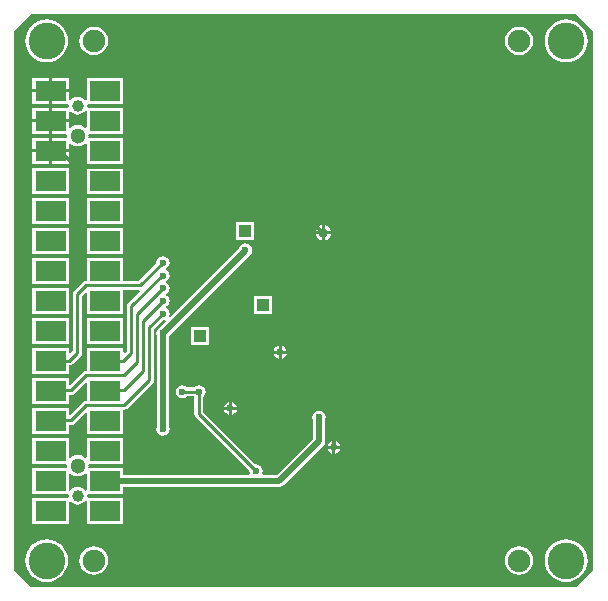
<source format=gbl>
G04*
G04 #@! TF.GenerationSoftware,Altium Limited,Altium Designer,19.1.9 (167)*
G04*
G04 Layer_Physical_Order=2*
G04 Layer_Color=16711680*
%FSLAX44Y44*%
%MOMM*%
G71*
G01*
G75*
%ADD10C,0.2540*%
%ADD22R,2.6000X1.7000*%
%ADD51C,0.5080*%
%ADD52C,1.0000*%
%ADD53C,1.3000*%
%ADD54R,1.0000X1.0000*%
%ADD55C,1.8999*%
%ADD56C,3.1001*%
%ADD57C,0.7000*%
%ADD58C,0.8000*%
%ADD59C,0.6000*%
G36*
X493955Y474641D02*
X493955Y18119D01*
X479721Y3885D01*
X18119D01*
X3885Y18119D01*
X3885Y474641D01*
X18119Y488875D01*
X479721D01*
X493955Y474641D01*
D02*
G37*
%LPC*%
G36*
X431009Y478132D02*
X427866Y477719D01*
X424938Y476505D01*
X422422Y474576D01*
X420493Y472061D01*
X419280Y469132D01*
X418866Y465989D01*
X419280Y462846D01*
X420493Y459917D01*
X422422Y457402D01*
X424938Y455472D01*
X427866Y454259D01*
X431009Y453845D01*
X434152Y454259D01*
X437081Y455472D01*
X439596Y457402D01*
X441526Y459917D01*
X442739Y462846D01*
X443153Y465989D01*
X442739Y469132D01*
X441526Y472061D01*
X439596Y474576D01*
X437081Y476505D01*
X434152Y477719D01*
X431009Y478132D01*
D02*
G37*
G36*
X70990D02*
X67847Y477719D01*
X64918Y476505D01*
X62403Y474576D01*
X60473Y472061D01*
X59260Y469132D01*
X58846Y465989D01*
X59260Y462846D01*
X60473Y459917D01*
X62403Y457402D01*
X64918Y455472D01*
X67847Y454259D01*
X70990Y453845D01*
X74133Y454259D01*
X77061Y455472D01*
X79576Y457402D01*
X81506Y459917D01*
X82719Y462846D01*
X83133Y465989D01*
X82719Y469132D01*
X81506Y472061D01*
X79576Y474576D01*
X77061Y476505D01*
X74133Y477719D01*
X70990Y478132D01*
D02*
G37*
G36*
X470989Y484117D02*
X467452Y483768D01*
X464052Y482737D01*
X460918Y481061D01*
X458171Y478807D01*
X455916Y476060D01*
X454241Y472926D01*
X453210Y469525D01*
X452861Y465989D01*
X453210Y462452D01*
X454241Y459052D01*
X455916Y455918D01*
X458171Y453171D01*
X460918Y450916D01*
X464052Y449241D01*
X467452Y448209D01*
X470989Y447861D01*
X474525Y448209D01*
X477926Y449241D01*
X481060Y450916D01*
X483807Y453171D01*
X486062Y455918D01*
X487737Y459052D01*
X488768Y462452D01*
X489117Y465989D01*
X488768Y469525D01*
X487737Y472926D01*
X486062Y476060D01*
X483807Y478807D01*
X481060Y481061D01*
X477926Y482737D01*
X474525Y483768D01*
X470989Y484117D01*
D02*
G37*
G36*
X31010D02*
X27474Y483768D01*
X24073Y482737D01*
X20939Y481061D01*
X18192Y478807D01*
X15938Y476060D01*
X14262Y472926D01*
X13231Y469525D01*
X12882Y465989D01*
X13231Y462452D01*
X14262Y459052D01*
X15938Y455918D01*
X18192Y453171D01*
X20939Y450916D01*
X24073Y449241D01*
X27474Y448209D01*
X31010Y447861D01*
X34547Y448209D01*
X37947Y449241D01*
X41081Y450916D01*
X43828Y453171D01*
X46083Y455918D01*
X47758Y459052D01*
X48789Y462452D01*
X49138Y465989D01*
X48789Y469525D01*
X47758Y472926D01*
X46083Y476060D01*
X43828Y478807D01*
X41081Y481061D01*
X37947Y482737D01*
X34547Y483768D01*
X31010Y484117D01*
D02*
G37*
G36*
X50040Y434840D02*
X35770D01*
Y425070D01*
X50040D01*
Y434840D01*
D02*
G37*
G36*
X33230D02*
X18960D01*
Y425070D01*
X33230D01*
Y434840D01*
D02*
G37*
G36*
X96040D02*
X64960D01*
Y415850D01*
X63690Y415419D01*
X62878Y416478D01*
X61302Y417686D01*
X59468Y418446D01*
X57500Y418705D01*
X55532Y418446D01*
X53698Y417686D01*
X52122Y416478D01*
X51310Y415419D01*
X50040Y415850D01*
Y422530D01*
X35770D01*
Y412760D01*
X48833D01*
X49946Y411490D01*
X49895Y411100D01*
X49946Y410710D01*
X48833Y409440D01*
X35770D01*
Y399670D01*
X50040D01*
Y406350D01*
X51310Y406781D01*
X52122Y405722D01*
X53698Y404514D01*
X55532Y403754D01*
X57500Y403495D01*
X59468Y403754D01*
X61302Y404514D01*
X62878Y405722D01*
X63690Y406781D01*
X64960Y406350D01*
Y392740D01*
X63690Y392345D01*
X62059Y393596D01*
X59860Y394507D01*
X57500Y394818D01*
X55140Y394507D01*
X52941Y393596D01*
X51310Y392345D01*
X50040Y392740D01*
Y397130D01*
X35770D01*
Y387360D01*
X47638D01*
X48475Y386405D01*
X48382Y385700D01*
X48475Y384995D01*
X47638Y384040D01*
X35770D01*
Y374270D01*
X50040D01*
Y378660D01*
X51310Y379055D01*
X52941Y377804D01*
X55140Y376893D01*
X57500Y376582D01*
X59860Y376893D01*
X62059Y377804D01*
X63690Y379055D01*
X64960Y378660D01*
Y361960D01*
X96040D01*
Y384040D01*
X67363D01*
X66525Y384995D01*
X66618Y385700D01*
X66525Y386405D01*
X67363Y387360D01*
X96040D01*
Y409440D01*
X66167D01*
X65054Y410710D01*
X65105Y411100D01*
X65054Y411490D01*
X66167Y412760D01*
X96040D01*
Y434840D01*
D02*
G37*
G36*
X33230Y422530D02*
X18960D01*
Y412760D01*
X33230D01*
Y422530D01*
D02*
G37*
G36*
Y409440D02*
X18960D01*
Y399670D01*
X33230D01*
Y409440D01*
D02*
G37*
G36*
Y397130D02*
X18960D01*
Y387360D01*
X33230D01*
Y397130D01*
D02*
G37*
G36*
Y384040D02*
X18960D01*
Y374270D01*
X33230D01*
Y384040D01*
D02*
G37*
G36*
X50040Y371730D02*
X35770D01*
Y361960D01*
X50040D01*
Y371730D01*
D02*
G37*
G36*
X33230D02*
X18960D01*
Y361960D01*
X33230D01*
Y371730D01*
D02*
G37*
G36*
X96040Y358640D02*
X64960D01*
Y336560D01*
X96040D01*
Y358640D01*
D02*
G37*
G36*
X50040D02*
X18960D01*
Y336560D01*
X50040D01*
Y358640D01*
D02*
G37*
G36*
X96040Y333240D02*
X64960D01*
Y311160D01*
X96040D01*
Y333240D01*
D02*
G37*
G36*
X50040D02*
X18960D01*
Y311160D01*
X50040D01*
Y333240D01*
D02*
G37*
G36*
X266700Y309959D02*
Y304800D01*
X271859D01*
X271802Y305237D01*
X271143Y306828D01*
X270094Y308194D01*
X268728Y309243D01*
X267137Y309902D01*
X266700Y309959D01*
D02*
G37*
G36*
X264160D02*
X263723Y309902D01*
X262132Y309243D01*
X260766Y308194D01*
X259717Y306828D01*
X259058Y305237D01*
X259001Y304800D01*
X264160D01*
Y309959D01*
D02*
G37*
G36*
X206930Y312340D02*
X191850D01*
Y297260D01*
X206930D01*
Y312340D01*
D02*
G37*
G36*
X271859Y302260D02*
X266700D01*
Y297101D01*
X267137Y297158D01*
X268728Y297817D01*
X270094Y298866D01*
X271143Y300232D01*
X271802Y301823D01*
X271859Y302260D01*
D02*
G37*
G36*
X264160D02*
X259001D01*
X259058Y301823D01*
X259717Y300232D01*
X260766Y298866D01*
X262132Y297817D01*
X263723Y297158D01*
X264160Y297101D01*
Y302260D01*
D02*
G37*
G36*
X96040Y307840D02*
X64960D01*
Y285760D01*
X96040D01*
Y307840D01*
D02*
G37*
G36*
X50040D02*
X18960D01*
Y285760D01*
X50040D01*
Y307840D01*
D02*
G37*
G36*
Y282440D02*
X18960D01*
Y260360D01*
X50040D01*
Y282440D01*
D02*
G37*
G36*
Y257040D02*
X18960D01*
Y234960D01*
X50040D01*
Y257040D01*
D02*
G37*
G36*
X222170Y249856D02*
X207090D01*
Y234776D01*
X222170D01*
Y249856D01*
D02*
G37*
G36*
X199390Y294573D02*
X197228Y294144D01*
X195396Y292919D01*
X194171Y291087D01*
X194000Y290225D01*
X135727Y231952D01*
X134741Y232762D01*
X134759Y232788D01*
X135189Y234950D01*
X134759Y237112D01*
X133534Y238944D01*
X132577Y239584D01*
Y241111D01*
X133534Y241751D01*
X134759Y243583D01*
X135189Y245745D01*
X134759Y247907D01*
X133534Y249739D01*
X132577Y250379D01*
Y251906D01*
X133534Y252546D01*
X134759Y254378D01*
X135189Y256540D01*
X134759Y258702D01*
X133534Y260534D01*
X132577Y261174D01*
Y262701D01*
X133534Y263341D01*
X134759Y265173D01*
X135189Y267335D01*
X134759Y269497D01*
X133534Y271329D01*
X132577Y271969D01*
Y273496D01*
X133534Y274136D01*
X134759Y275968D01*
X135189Y278130D01*
X134759Y280292D01*
X133534Y282124D01*
X131702Y283349D01*
X129540Y283778D01*
X127378Y283349D01*
X125546Y282124D01*
X124321Y280292D01*
X123891Y278130D01*
X123917Y278001D01*
X108881Y262965D01*
X96040D01*
Y282440D01*
X64960D01*
Y262965D01*
X64770D01*
X63283Y262669D01*
X62023Y261827D01*
X54403Y254207D01*
X53561Y252947D01*
X53265Y251460D01*
Y203539D01*
X51213Y201487D01*
X50040Y201973D01*
Y206240D01*
X18960D01*
Y184160D01*
X50040D01*
Y191315D01*
X50420D01*
X51907Y191611D01*
X53167Y192453D01*
X59897Y199183D01*
X60739Y200443D01*
X61035Y201930D01*
Y249851D01*
X63787Y252603D01*
X64960Y252117D01*
Y234960D01*
X96040D01*
Y255195D01*
X109476D01*
X110002Y253925D01*
X100123Y244047D01*
X99281Y242787D01*
X98985Y241300D01*
Y203539D01*
X97213Y201767D01*
X96040Y202253D01*
Y206240D01*
X64960D01*
Y186765D01*
X64770D01*
X63283Y186469D01*
X62023Y185627D01*
X51310Y174914D01*
X50040Y175440D01*
Y180840D01*
X18960D01*
Y158760D01*
X50040D01*
Y166165D01*
X51940D01*
X53426Y166461D01*
X54686Y167303D01*
X63787Y176403D01*
X64960Y175917D01*
Y161365D01*
X64770D01*
X63283Y161069D01*
X62023Y160227D01*
X51310Y149514D01*
X50040Y150040D01*
Y155440D01*
X18960D01*
Y133360D01*
X50040D01*
Y140765D01*
X51940D01*
X53426Y141061D01*
X54686Y141903D01*
X63787Y151003D01*
X64960Y150517D01*
Y133360D01*
X96040D01*
Y153595D01*
X96520D01*
X98007Y153891D01*
X99267Y154733D01*
X120857Y176323D01*
X121699Y177583D01*
X121995Y179070D01*
Y221911D01*
X129411Y229327D01*
X129540Y229301D01*
X131702Y229731D01*
X131728Y229749D01*
X132538Y228763D01*
X127447Y223672D01*
X127378Y223659D01*
X125546Y222434D01*
X124321Y220602D01*
X123891Y218440D01*
X124321Y216278D01*
X124361Y216220D01*
Y139380D01*
X124321Y139322D01*
X123891Y137160D01*
X124321Y134998D01*
X125546Y133166D01*
X127378Y131941D01*
X129540Y131511D01*
X131702Y131941D01*
X133534Y133166D01*
X134759Y134998D01*
X135189Y137160D01*
X134759Y139322D01*
X134719Y139380D01*
Y216220D01*
X134759Y216278D01*
X134772Y216347D01*
X203053Y284627D01*
X203151Y284775D01*
X203384Y284931D01*
X204609Y286763D01*
X205039Y288925D01*
X204609Y291087D01*
X203384Y292919D01*
X201552Y294144D01*
X199390Y294573D01*
D02*
G37*
G36*
X96040Y231640D02*
X64960D01*
Y209560D01*
X96040D01*
Y231640D01*
D02*
G37*
G36*
X50040D02*
X18960D01*
Y209560D01*
X50040D01*
Y231640D01*
D02*
G37*
G36*
X168830Y223440D02*
X153750D01*
Y208360D01*
X168830D01*
Y223440D01*
D02*
G37*
G36*
X230124Y207834D02*
Y203708D01*
X234250D01*
X234073Y204600D01*
X232848Y206432D01*
X231016Y207657D01*
X230124Y207834D01*
D02*
G37*
G36*
X227584D02*
X226692Y207657D01*
X224860Y206432D01*
X223635Y204600D01*
X223458Y203708D01*
X227584D01*
Y207834D01*
D02*
G37*
G36*
X234250Y201168D02*
X230124D01*
Y197042D01*
X231016Y197219D01*
X232848Y198444D01*
X234073Y200276D01*
X234250Y201168D01*
D02*
G37*
G36*
X227584D02*
X223458D01*
X223635Y200276D01*
X224860Y198444D01*
X226692Y197219D01*
X227584Y197042D01*
Y201168D01*
D02*
G37*
G36*
X160020Y174559D02*
X157858Y174129D01*
X156026Y172904D01*
X155953Y172795D01*
X150117D01*
X150044Y172904D01*
X148212Y174129D01*
X146050Y174559D01*
X143888Y174129D01*
X142056Y172904D01*
X140831Y171072D01*
X140401Y168910D01*
X140831Y166748D01*
X142056Y164916D01*
X143888Y163691D01*
X146050Y163262D01*
X148212Y163691D01*
X150044Y164916D01*
X150117Y165025D01*
X155953D01*
X156026Y164916D01*
X156135Y164843D01*
Y149940D01*
X156431Y148453D01*
X157273Y147193D01*
X202657Y101809D01*
X202631Y101680D01*
X202956Y100049D01*
X202144Y98779D01*
X96040D01*
Y104640D01*
X67363D01*
X66525Y105595D01*
X66618Y106300D01*
X66525Y107005D01*
X67363Y107960D01*
X96040D01*
Y130040D01*
X64960D01*
Y113340D01*
X63690Y112945D01*
X62059Y114196D01*
X59860Y115107D01*
X57500Y115418D01*
X55140Y115107D01*
X52941Y114196D01*
X51310Y112945D01*
X50040Y113340D01*
Y130040D01*
X18960D01*
Y107960D01*
X47638D01*
X48475Y107005D01*
X48382Y106300D01*
X48475Y105595D01*
X47638Y104640D01*
X18960D01*
Y82560D01*
X48833D01*
X49946Y81290D01*
X49895Y80900D01*
X49946Y80510D01*
X48833Y79240D01*
X18960D01*
Y57160D01*
X50040D01*
Y76150D01*
X51310Y76581D01*
X52122Y75522D01*
X53698Y74314D01*
X55532Y73554D01*
X57500Y73295D01*
X59468Y73554D01*
X61302Y74314D01*
X62878Y75522D01*
X63690Y76581D01*
X64960Y76150D01*
Y57160D01*
X96040D01*
Y79240D01*
X66167D01*
X65054Y80510D01*
X65105Y80900D01*
X65054Y81290D01*
X66167Y82560D01*
X96040D01*
Y88420D01*
X228220D01*
X230202Y88815D01*
X231882Y89937D01*
X265282Y123337D01*
X266405Y125018D01*
X266800Y127000D01*
Y145100D01*
X266839Y145158D01*
X267269Y147320D01*
X266839Y149482D01*
X265614Y151314D01*
X263782Y152539D01*
X261620Y152969D01*
X259458Y152539D01*
X257626Y151314D01*
X256401Y149482D01*
X255972Y147320D01*
X256401Y145158D01*
X256441Y145100D01*
Y129145D01*
X226075Y98779D01*
X214416D01*
X213604Y100049D01*
X213929Y101680D01*
X213499Y103841D01*
X212274Y105674D01*
X210442Y106898D01*
X208280Y107329D01*
X208151Y107303D01*
X163905Y151549D01*
Y164843D01*
X164014Y164916D01*
X165239Y166748D01*
X165669Y168910D01*
X165239Y171072D01*
X164014Y172904D01*
X162182Y174129D01*
X160020Y174559D01*
D02*
G37*
G36*
X187960Y160336D02*
Y156210D01*
X192086D01*
X191909Y157102D01*
X190684Y158934D01*
X188852Y160159D01*
X187960Y160336D01*
D02*
G37*
G36*
X185420D02*
X184528Y160159D01*
X182696Y158934D01*
X181471Y157102D01*
X181294Y156210D01*
X185420D01*
Y160336D01*
D02*
G37*
G36*
X192086Y153670D02*
X187960D01*
Y149544D01*
X188852Y149721D01*
X190684Y150946D01*
X191909Y152778D01*
X192086Y153670D01*
D02*
G37*
G36*
X185420D02*
X181294D01*
X181471Y152778D01*
X182696Y150946D01*
X184528Y149721D01*
X185420Y149544D01*
Y153670D01*
D02*
G37*
G36*
X275590Y127316D02*
Y123190D01*
X279716D01*
X279539Y124082D01*
X278314Y125914D01*
X276482Y127139D01*
X275590Y127316D01*
D02*
G37*
G36*
X273050D02*
X272158Y127139D01*
X270326Y125914D01*
X269101Y124082D01*
X268924Y123190D01*
X273050D01*
Y127316D01*
D02*
G37*
G36*
X279716Y120650D02*
X275590D01*
Y116524D01*
X276482Y116701D01*
X278314Y117926D01*
X279539Y119758D01*
X279716Y120650D01*
D02*
G37*
G36*
X273050D02*
X268924D01*
X269101Y119758D01*
X270326Y117926D01*
X272158Y116701D01*
X273050Y116524D01*
Y120650D01*
D02*
G37*
G36*
X431009Y38154D02*
X427866Y37740D01*
X424938Y36527D01*
X422422Y34597D01*
X420493Y32082D01*
X419280Y29153D01*
X418866Y26010D01*
X419280Y22867D01*
X420493Y19938D01*
X422422Y17423D01*
X424938Y15494D01*
X427866Y14280D01*
X431009Y13867D01*
X434152Y14280D01*
X437081Y15494D01*
X439596Y17423D01*
X441526Y19938D01*
X442739Y22867D01*
X443153Y26010D01*
X442739Y29153D01*
X441526Y32082D01*
X439596Y34597D01*
X437081Y36527D01*
X434152Y37740D01*
X431009Y38154D01*
D02*
G37*
G36*
X70990D02*
X67847Y37740D01*
X64918Y36527D01*
X62403Y34597D01*
X60473Y32082D01*
X59260Y29153D01*
X58846Y26010D01*
X59260Y22867D01*
X60473Y19938D01*
X62403Y17423D01*
X64918Y15494D01*
X67847Y14280D01*
X70990Y13867D01*
X74133Y14280D01*
X77061Y15494D01*
X79576Y17423D01*
X81506Y19938D01*
X82719Y22867D01*
X83133Y26010D01*
X82719Y29153D01*
X81506Y32082D01*
X79576Y34597D01*
X77061Y36527D01*
X74133Y37740D01*
X70990Y38154D01*
D02*
G37*
G36*
X470989Y44138D02*
X467452Y43789D01*
X464052Y42758D01*
X460918Y41083D01*
X458171Y38828D01*
X455916Y36081D01*
X454241Y32947D01*
X453210Y29547D01*
X452861Y26010D01*
X453210Y22473D01*
X454241Y19073D01*
X455916Y15939D01*
X458171Y13192D01*
X460918Y10938D01*
X464052Y9262D01*
X467452Y8231D01*
X470989Y7882D01*
X474525Y8231D01*
X477926Y9262D01*
X481060Y10938D01*
X483807Y13192D01*
X486062Y15939D01*
X487737Y19073D01*
X488768Y22473D01*
X489117Y26010D01*
X488768Y29547D01*
X487737Y32947D01*
X486062Y36081D01*
X483807Y38828D01*
X481060Y41083D01*
X477926Y42758D01*
X474525Y43789D01*
X470989Y44138D01*
D02*
G37*
G36*
X31010D02*
X27474Y43789D01*
X24073Y42758D01*
X20939Y41083D01*
X18192Y38828D01*
X15938Y36081D01*
X14262Y32947D01*
X13231Y29547D01*
X12882Y26010D01*
X13231Y22473D01*
X14262Y19073D01*
X15938Y15939D01*
X18192Y13192D01*
X20939Y10938D01*
X24073Y9262D01*
X27474Y8231D01*
X31010Y7882D01*
X34547Y8231D01*
X37947Y9262D01*
X41081Y10938D01*
X43828Y13192D01*
X46083Y15939D01*
X47758Y19073D01*
X48789Y22473D01*
X49138Y26010D01*
X48789Y29547D01*
X47758Y32947D01*
X46083Y36081D01*
X43828Y38828D01*
X41081Y41083D01*
X37947Y42758D01*
X34547Y43789D01*
X31010Y44138D01*
D02*
G37*
%LPD*%
G36*
X52941Y98404D02*
X55140Y97493D01*
X57500Y97182D01*
X59860Y97493D01*
X62059Y98404D01*
X63690Y99655D01*
X64960Y99260D01*
Y85650D01*
X63690Y85219D01*
X62878Y86278D01*
X61302Y87486D01*
X59468Y88246D01*
X57500Y88505D01*
X55532Y88246D01*
X53698Y87486D01*
X52122Y86278D01*
X51310Y85219D01*
X50040Y85650D01*
Y99260D01*
X51310Y99655D01*
X52941Y98404D01*
D02*
G37*
D10*
X42010Y373000D02*
X55608Y359402D01*
X209558D01*
X200660Y154940D02*
X250190D01*
X228600Y182880D02*
Y202184D01*
X228854Y202438D01*
X200660Y154940D02*
X228600Y182880D01*
X186690Y154940D02*
X200660D01*
X250190D02*
X254000Y158750D01*
X255270Y157480D01*
X260350Y162560D01*
X274320Y121920D02*
Y148590D01*
X260350Y162560D02*
X274320Y148590D01*
X160020Y149940D02*
X208280Y101680D01*
X146050Y168910D02*
X160020D01*
Y149940D02*
Y168910D01*
X64770Y259080D02*
X110490D01*
X57150Y251460D02*
X64770Y259080D01*
X57150Y201930D02*
Y251460D01*
X51940Y144649D02*
X64770Y157480D01*
X42010Y144649D02*
X51940D01*
X64770Y157480D02*
X96520D01*
X118110Y179070D01*
Y223520D01*
X129540Y234950D01*
X88140Y170180D02*
X96520D01*
X88010Y170049D02*
X88140Y170180D01*
X96520D02*
X113030Y186690D01*
Y229235D01*
X129540Y245745D01*
X107950Y194310D02*
Y234950D01*
X96520Y182880D02*
X107950Y194310D01*
X64770Y182880D02*
X96520D01*
X51940Y170049D02*
X64770Y182880D01*
X42010Y170049D02*
X51940D01*
X107950Y234950D02*
X129540Y256540D01*
X110490Y259080D02*
X129540Y278130D01*
X96140Y195200D02*
X102870Y201930D01*
X88010Y195200D02*
X96140D01*
X102870Y201930D02*
Y241300D01*
X129540Y267970D01*
X50420Y195200D02*
X57150Y201930D01*
X42010Y195200D02*
X50420D01*
X209558Y359402D02*
X265430Y303530D01*
X228854Y202438D02*
Y284226D01*
X228600Y284480D02*
X228854Y284226D01*
D22*
X80500Y296800D02*
D03*
Y271400D02*
D03*
Y322200D02*
D03*
Y246000D02*
D03*
Y347600D02*
D03*
Y373000D02*
D03*
Y398400D02*
D03*
Y423800D02*
D03*
X34500D02*
D03*
Y398400D02*
D03*
Y373000D02*
D03*
Y347600D02*
D03*
Y322200D02*
D03*
Y296800D02*
D03*
Y271400D02*
D03*
Y246000D02*
D03*
Y220600D02*
D03*
Y195200D02*
D03*
X80500Y220600D02*
D03*
Y195200D02*
D03*
X34500Y169800D02*
D03*
X80500D02*
D03*
X34500Y144400D02*
D03*
X80500D02*
D03*
X34500Y119000D02*
D03*
X80500D02*
D03*
X34500Y93600D02*
D03*
X80500D02*
D03*
X34500Y68200D02*
D03*
X80500D02*
D03*
D51*
X228220Y93600D02*
X261620Y127000D01*
Y147320D01*
X129540Y218440D02*
X199390Y288290D01*
Y288925D01*
X88010Y93600D02*
X228220D01*
X129540Y137160D02*
Y218440D01*
D52*
X57500Y411100D02*
D03*
Y80900D02*
D03*
D53*
Y385700D02*
D03*
Y106300D02*
D03*
D54*
X214630Y242316D02*
D03*
X161290Y215900D02*
D03*
X199390Y304800D02*
D03*
D55*
X431009Y465989D02*
D03*
Y26010D02*
D03*
X70990Y465989D02*
D03*
Y26010D02*
D03*
D56*
X470989Y465989D02*
D03*
Y26010D02*
D03*
X31010Y465989D02*
D03*
Y26010D02*
D03*
D57*
X26990Y424049D02*
D03*
X42010Y423800D02*
D03*
X72990D02*
D03*
X88010D02*
D03*
Y68200D02*
D03*
X72990D02*
D03*
X42010D02*
D03*
X26990Y68450D02*
D03*
Y93849D02*
D03*
X42010Y93600D02*
D03*
X72990D02*
D03*
X88010D02*
D03*
X26990Y119499D02*
D03*
X42010Y119249D02*
D03*
X72990D02*
D03*
X88010D02*
D03*
X26990Y144899D02*
D03*
X42010Y144649D02*
D03*
X72990D02*
D03*
X88010D02*
D03*
X26990Y170299D02*
D03*
X42010Y170049D02*
D03*
X72990D02*
D03*
X88010D02*
D03*
X26990Y195450D02*
D03*
X42010Y195200D02*
D03*
X72990D02*
D03*
X88010D02*
D03*
X26990Y220849D02*
D03*
X42010Y220600D02*
D03*
X72990D02*
D03*
X88010D02*
D03*
X26990Y246250D02*
D03*
X42010Y246000D02*
D03*
X72990D02*
D03*
X88010D02*
D03*
X26990Y271899D02*
D03*
X42010Y271649D02*
D03*
X72990D02*
D03*
X88010D02*
D03*
X26990Y297050D02*
D03*
X42010Y296800D02*
D03*
X72990D02*
D03*
X26990Y322699D02*
D03*
X42010Y322449D02*
D03*
X72990D02*
D03*
X88010D02*
D03*
X26990Y348099D02*
D03*
X42010Y347850D02*
D03*
X72990D02*
D03*
X88010D02*
D03*
X26990Y373250D02*
D03*
X42010Y373000D02*
D03*
X72990D02*
D03*
X88010D02*
D03*
X26990Y398649D02*
D03*
X42010Y398400D02*
D03*
X72990D02*
D03*
X88010D02*
D03*
D58*
Y296800D02*
D03*
X265430Y303530D02*
D03*
D59*
X186690Y154940D02*
D03*
X274320Y121920D02*
D03*
X261620Y147320D02*
D03*
X160020Y168910D02*
D03*
X199390Y288925D02*
D03*
X129540Y234950D02*
D03*
Y245745D02*
D03*
Y256540D02*
D03*
Y267335D02*
D03*
Y278130D02*
D03*
X208280Y101680D02*
D03*
X228854Y202438D02*
D03*
X129540Y137160D02*
D03*
Y218440D02*
D03*
X146050Y168910D02*
D03*
M02*

</source>
